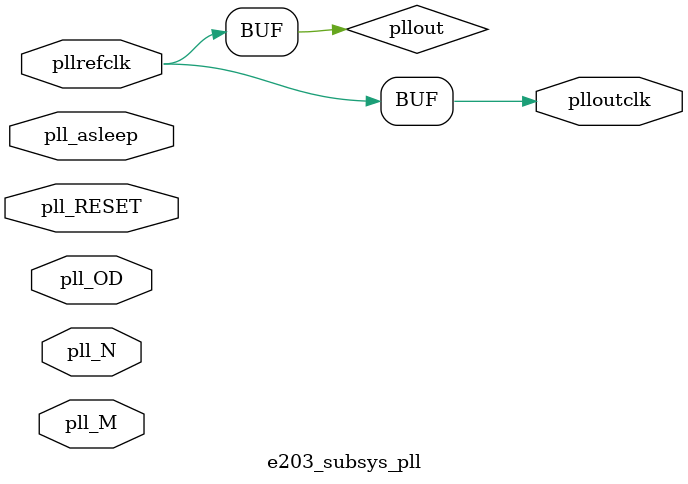
<source format=v>

 /*                                                                      
 Copyright 2018 Nuclei System Technology, Inc.                
                                                                         
 Licensed under the Apache License, Version 2.0 (the "License");         
 you may not use this file except in compliance with the License.        
 You may obtain a copy of the License at                                 
                                                                         
     http://www.apache.org/licenses/LICENSE-2.0                          
                                                                         
  Unless required by applicable law or agreed to in writing, software    
 distributed under the License is distributed on an "AS IS" BASIS,       
 WITHOUT WARRANTIES OR CONDITIONS OF ANY KIND, either express or implied.
 See the License for the specific language governing permissions and     
 limitations under the License.                                          
 */                                                                      
                                                                         
                                                                         
                                                                         
//=====================================================================
//
// Designer   : Bob Hu
//
// Description:
//  The PLL module, need to be replaced with real PLL in ASIC flow
//
// ====================================================================

`include "e203_defines.v"


module e203_subsys_pll(
  input  pll_asleep, // The asleep signal to PLL to power down it

  input  pllrefclk, // The reference clock into PLL
  output plloutclk, // The PLL generated clock

  input        pll_RESET,
  input [1:0]  pll_OD,
  input [7:0]  pll_M,
  input [4:0]  pll_N 
  );

  wire pllout;
  `ifdef FPGA_SOURCE//{
      // In FPGA, we have no PLL, so just diretly let it pass through
      assign pllout = pllrefclk;
  `else //}{
      assign pllout = pllrefclk;
  `endif//}

  assign plloutclk = pllout;
endmodule


</source>
